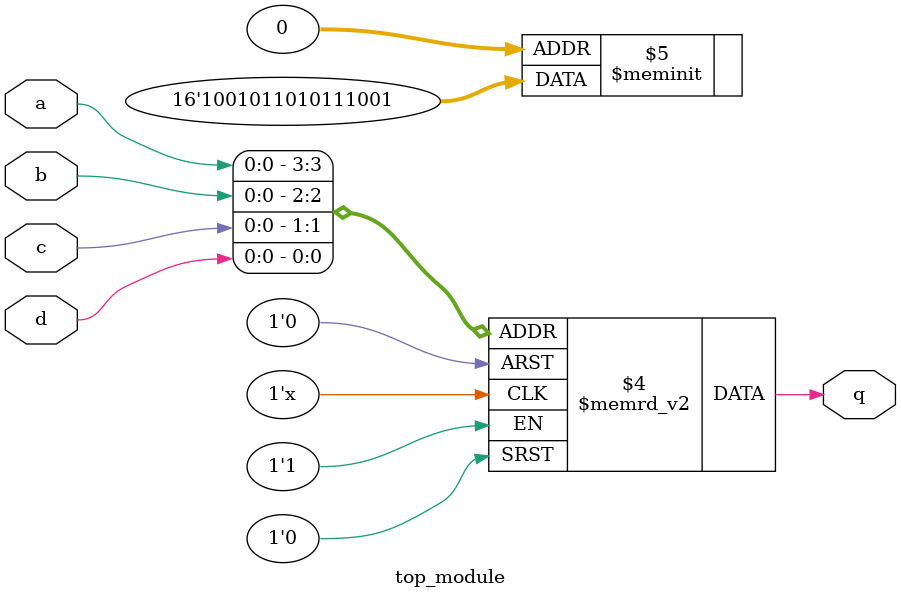
<source format=sv>
module top_module (
    input a,
    input b,
    input c,
    input d,
    output q
);

always @(*) begin
    case ({a, b, c, d})
        4'b0000: q = 1'b1;
        4'b0001: q = 1'b0;
        4'b0010: q = 1'b0;
        4'b0011: q = 1'b1;
        4'b0100: q = 1'b1;
        4'b0101: q = 1'b1;
        4'b0110: q = 1'b0;
        4'b0111: q = 1'b1;
        4'b1000: q = 1'b0;
        4'b1001: q = 1'b1;
        4'b1010: q = 1'b1;
        4'b1011: q = 1'b0;
        4'b1100: q = 1'b1;
        4'b1101: q = 1'b0;
        4'b1110: q = 1'b0;
        4'b1111: q = 1'b1;
        default: q = 1'bx;
    endcase
end

endmodule

</source>
